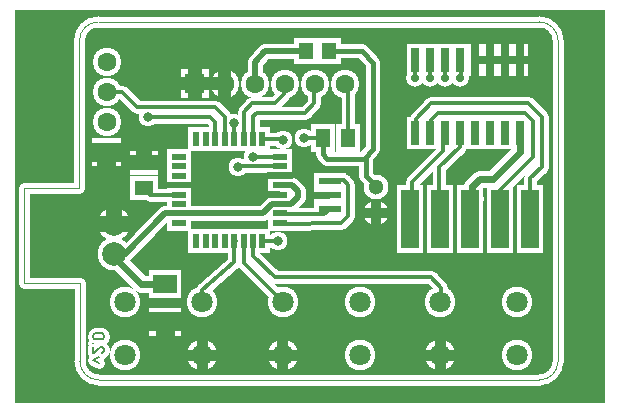
<source format=gbr>
%FSLAX34Y34*%
%MOMM*%
%LNCOPPER_BOTTOM*%
G71*
G01*
%ADD10C,0.900*%
%ADD11C,2.400*%
%ADD12C,2.600*%
%ADD13R,2.070X1.359*%
%ADD14R,1.359X2.070*%
%ADD15C,1.300*%
%ADD16R,2.100X2.400*%
%ADD17C,1.100*%
%ADD18C,1.610*%
%ADD19R,2.700X1.400*%
%ADD20C,1.200*%
%ADD21C,2.100*%
%ADD22R,2.100X2.200*%
%ADD23R,2.400X2.100*%
%ADD24C,2.200*%
%ADD25C,2.800*%
%ADD26C,0.959*%
%ADD27C,1.500*%
%ADD28R,2.300X5.800*%
%ADD29C,1.400*%
%ADD30R,2.800X2.400*%
%ADD31R,1.460X2.832*%
%ADD32C,1.600*%
%ADD33C,0.930*%
%ADD34C,0.559*%
%ADD35C,1.157*%
%ADD36C,1.141*%
%ADD37C,0.600*%
%ADD38C,0.845*%
%ADD39C,1.340*%
%ADD40C,0.660*%
%ADD41C,0.100*%
%ADD42C,1.600*%
%ADD43C,1.800*%
%ADD44R,1.270X0.559*%
%ADD45R,0.559X1.270*%
%ADD46C,0.500*%
%ADD47R,1.300X1.600*%
%ADD48C,0.300*%
%ADD49C,0.810*%
%ADD50R,1.900X0.600*%
%ADD51C,0.400*%
%ADD52C,1.300*%
%ADD53R,1.300X1.400*%
%ADD54R,1.600X1.300*%
%ADD55C,1.400*%
%ADD56C,2.000*%
%ADD57C,0.159*%
%ADD58C,0.700*%
%ADD59R,1.500X5.000*%
%ADD60R,2.000X1.600*%
%ADD61R,0.660X2.032*%
%LPD*%
G36*
X-7938Y313531D02*
X492062Y313531D01*
X492062Y-19469D01*
X-7938Y-19469D01*
X-7938Y313531D01*
G37*
%LPC*%
G54D10*
X63103Y303337D02*
X436166Y303337D01*
G54D10*
G75*
G01X436166Y125D02*
G03X452041Y16000I0J15875D01*
G01*
G54D10*
G75*
G01X47228Y16000D02*
G03X63103Y125I15875J0D01*
G01*
G54D10*
X46831Y287462D02*
X46831Y162844D01*
G54D10*
X452041Y287462D02*
X452041Y16000D01*
G54D10*
X436166Y125D02*
X63103Y125D01*
G36*
X57850Y205006D02*
X81850Y205006D01*
X81850Y181006D01*
X57850Y181006D01*
X57850Y205006D01*
G37*
X69849Y218406D02*
G54D11*
D03*
X69850Y243806D02*
G54D11*
D03*
X69850Y269206D02*
G54D11*
D03*
X150748Y66006D02*
G54D12*
D03*
X85724Y66006D02*
G54D12*
D03*
X85724Y20998D02*
G54D12*
D03*
X150748Y20998D02*
G54D12*
D03*
X219074Y66006D02*
G54D12*
D03*
X284098Y66006D02*
G54D12*
D03*
X284098Y20997D02*
G54D12*
D03*
X219075Y20998D02*
G54D12*
D03*
X352424Y66006D02*
G54D12*
D03*
X417448Y66006D02*
G54D12*
D03*
X417448Y20997D02*
G54D12*
D03*
X352425Y20998D02*
G54D12*
D03*
X216698Y189133D02*
G54D13*
D03*
X216698Y181132D02*
G54D13*
D03*
X216698Y173131D02*
G54D13*
D03*
X216698Y165130D02*
G54D13*
D03*
X216698Y157129D02*
G54D13*
D03*
X216698Y149128D02*
G54D13*
D03*
X216698Y141127D02*
G54D13*
D03*
X216698Y133126D02*
G54D13*
D03*
X130846Y133126D02*
G54D13*
D03*
X130846Y141127D02*
G54D13*
D03*
X130846Y149128D02*
G54D13*
D03*
X130846Y157129D02*
G54D13*
D03*
X130846Y165130D02*
G54D13*
D03*
X130846Y173131D02*
G54D13*
D03*
X130846Y181132D02*
G54D13*
D03*
X130846Y189133D02*
G54D13*
D03*
X145782Y204068D02*
G54D14*
D03*
X153782Y204068D02*
G54D14*
D03*
X161784Y204068D02*
G54D14*
D03*
X169784Y204068D02*
G54D14*
D03*
X177786Y204068D02*
G54D14*
D03*
X185786Y204068D02*
G54D14*
D03*
X193788Y204068D02*
G54D14*
D03*
X201788Y204068D02*
G54D14*
D03*
X201788Y118216D02*
G54D14*
D03*
X193788Y118216D02*
G54D14*
D03*
X185786Y118216D02*
G54D14*
D03*
X177786Y118216D02*
G54D14*
D03*
X169784Y118216D02*
G54D14*
D03*
X161784Y118216D02*
G54D14*
D03*
X153782Y118216D02*
G54D14*
D03*
X145782Y118216D02*
G54D14*
D03*
G36*
X132436Y239129D02*
X132436Y263129D01*
X156436Y263129D01*
X156436Y239129D01*
X132436Y239129D01*
G37*
X169835Y251129D02*
G54D11*
D03*
X195235Y251128D02*
G54D11*
D03*
X220635Y251128D02*
G54D11*
D03*
X246035Y251128D02*
G54D11*
D03*
X271435Y251128D02*
G54D11*
D03*
G54D15*
X220667Y165130D02*
X226941Y165130D01*
X232002Y160069D01*
X232002Y154974D01*
X226100Y149072D01*
X209828Y149072D01*
X201890Y141134D01*
X134815Y141127D01*
X253137Y205427D02*
G54D16*
D03*
X274518Y205427D02*
G54D16*
D03*
G54D17*
X274518Y205427D02*
X274518Y248045D01*
X271435Y251128D01*
X178027Y218092D02*
G54D18*
D03*
G54D17*
X177786Y204068D02*
X177786Y217851D01*
X178027Y218092D01*
G54D17*
X185786Y206052D02*
X185786Y227424D01*
X192762Y234400D01*
X212209Y234400D01*
X220146Y242337D01*
X220146Y251830D01*
X220635Y252318D01*
G54D17*
X193788Y201290D02*
X193788Y223519D01*
X196731Y226462D01*
X237609Y226462D01*
X245546Y234400D01*
X245546Y247861D01*
X246035Y248350D01*
X236764Y204996D02*
G54D18*
D03*
G54D17*
X236764Y204996D02*
X252706Y204996D01*
X253137Y205427D01*
X258643Y144706D02*
G54D19*
D03*
X258644Y156612D02*
G54D19*
D03*
X259040Y168518D02*
G54D19*
D03*
G54D17*
X216698Y132332D02*
X268320Y132729D01*
X274467Y138876D01*
X274467Y165394D01*
X270550Y169312D01*
X259040Y169312D01*
G54D20*
X252740Y207808D02*
X252740Y191487D01*
X256659Y187569D01*
X287615Y187569D01*
X295553Y195506D01*
X295553Y268531D01*
X285631Y278453D01*
X257825Y278428D01*
G54D15*
X195235Y251128D02*
X195235Y269417D01*
X204271Y278453D01*
X238031Y278428D01*
G54D20*
X289203Y187966D02*
X289203Y172884D01*
X296346Y165741D01*
X295604Y165741D01*
X297933Y141531D02*
G54D21*
D03*
X297562Y163730D02*
G54D21*
D03*
X257825Y278428D02*
G54D22*
D03*
X238825Y278428D02*
G54D22*
D03*
X101429Y162666D02*
G54D23*
D03*
X101430Y184048D02*
G54D23*
D03*
G54D17*
X127274Y157129D02*
X106966Y157129D01*
X101429Y162666D01*
G54D17*
X216698Y140333D02*
X254271Y140333D01*
X258643Y144706D01*
X377928Y153610D02*
G54D24*
D03*
X75998Y132480D02*
G54D25*
D03*
X75997Y107081D02*
G54D25*
D03*
G54D26*
X63616Y14432D02*
X58616Y17099D01*
X63616Y19766D01*
G54D26*
X58616Y28210D02*
X58616Y22876D01*
X59171Y22876D01*
X60282Y23543D01*
X63616Y27543D01*
X64727Y28210D01*
X65838Y28210D01*
X66949Y27543D01*
X67504Y26210D01*
X67504Y24876D01*
X66949Y23543D01*
X65838Y22876D01*
G54D26*
X58616Y31320D02*
X58616Y31320D01*
G54D26*
X65838Y39765D02*
X60282Y39765D01*
X59171Y39098D01*
X58616Y37765D01*
X58616Y36431D01*
X59171Y35098D01*
X60282Y34431D01*
X65838Y34431D01*
X66949Y35098D01*
X67504Y36431D01*
X67504Y37765D01*
X66949Y39098D01*
X65838Y39765D01*
G54D17*
X169862Y202531D02*
X169862Y222772D01*
X161528Y231106D01*
X95250Y231106D01*
X82550Y243806D01*
X69850Y243806D01*
G54D17*
X161924Y204118D02*
X161924Y218406D01*
X157162Y223168D01*
X104774Y223168D01*
X105002Y222458D02*
G54D18*
D03*
G54D17*
X201612Y204118D02*
X219074Y204118D01*
X219302Y203408D02*
G54D18*
D03*
X193902Y189120D02*
G54D18*
D03*
X181202Y180786D02*
G54D18*
D03*
G54D17*
X181371Y181100D02*
X216296Y181100D01*
G54D17*
X193674Y189037D02*
X215106Y189037D01*
X356225Y255796D02*
G54D27*
D03*
X343525Y255796D02*
G54D27*
D03*
X330825Y255796D02*
G54D27*
D03*
G54D17*
X219074Y66006D02*
X185737Y99344D01*
X185737Y118790D01*
G54D17*
X150748Y66006D02*
X150415Y75928D01*
X177800Y99740D01*
X177800Y116806D01*
X178990Y117997D01*
X214936Y117683D02*
G54D18*
D03*
G54D17*
X201215Y117997D02*
X214709Y117997D01*
X369322Y255796D02*
G54D27*
D03*
G54D17*
X344090Y207294D02*
X344090Y220390D01*
X350043Y226344D01*
X423862Y226344D01*
X430609Y219597D01*
X430609Y188640D01*
X403224Y161256D01*
X403224Y155303D01*
G54D17*
X331390Y207294D02*
X331390Y221184D01*
X344487Y234281D01*
X426640Y234281D01*
X438150Y222772D01*
X438150Y180703D01*
X428228Y170781D01*
X428228Y152922D01*
X429021Y152128D01*
G54D17*
X330596Y255712D02*
X330596Y268015D01*
X330993Y268412D01*
G54D17*
X343296Y255712D02*
X343296Y268412D01*
X343693Y268809D01*
G54D17*
X356393Y256109D02*
X356393Y268809D01*
G54D17*
X369490Y255712D02*
X369490Y267222D01*
X369093Y267618D01*
G54D10*
X46831Y162447D02*
X0Y162447D01*
X0Y81881D01*
X47228Y81881D01*
X47228Y16000D01*
X327024Y136650D02*
G54D28*
D03*
X352424Y136650D02*
G54D28*
D03*
X377824Y136650D02*
G54D28*
D03*
X403224Y136650D02*
G54D28*
D03*
X428624Y136650D02*
G54D28*
D03*
G54D17*
X194071Y117997D02*
X194071Y105297D01*
X212328Y87040D01*
X344090Y87040D01*
X352821Y78309D01*
X352821Y67990D01*
G54D29*
X419893Y207294D02*
X419893Y193006D01*
X397271Y170384D01*
X385762Y170384D01*
X379412Y164034D01*
X379412Y154509D01*
X378618Y153715D01*
G54D17*
X351631Y156097D02*
X351631Y180306D01*
X368696Y197372D01*
X368696Y207294D01*
G54D17*
X328612Y157287D02*
X328612Y168003D01*
X354806Y194197D01*
X354806Y207294D01*
X355600Y208087D01*
X119647Y81414D02*
G54D30*
D03*
X119648Y49446D02*
G54D30*
D03*
G54D29*
X116681Y81756D02*
X99218Y81756D01*
X74612Y106362D01*
G54D15*
X77787Y106362D02*
X84137Y106362D01*
X119062Y141287D01*
X131762Y141287D01*
G54D10*
G75*
G01X452041Y287462D02*
G03X436166Y303337I-15875J0D01*
G01*
G54D10*
G75*
G01X62706Y303337D02*
G03X46831Y287462I0J-15875D01*
G01*
X330841Y270818D02*
G54D31*
D03*
X343541Y270818D02*
G54D31*
D03*
X356241Y270818D02*
G54D31*
D03*
X368941Y270818D02*
G54D31*
D03*
X381641Y209350D02*
G54D31*
D03*
X394341Y209350D02*
G54D31*
D03*
X407041Y209350D02*
G54D31*
D03*
X419741Y209350D02*
G54D31*
D03*
X419741Y270818D02*
G54D31*
D03*
X407041Y270818D02*
G54D31*
D03*
X394341Y270818D02*
G54D31*
D03*
X381641Y270818D02*
G54D31*
D03*
X368941Y209350D02*
G54D31*
D03*
X356241Y209350D02*
G54D31*
D03*
X343541Y209350D02*
G54D31*
D03*
X330841Y209350D02*
G54D31*
D03*
%LPD*%
G54D32*
G36*
X69850Y201006D02*
X82350Y201006D01*
X82350Y185006D01*
X69850Y185006D01*
X69850Y201006D01*
G37*
G36*
X77850Y193006D02*
X77850Y180506D01*
X61850Y180506D01*
X61850Y193006D01*
X77850Y193006D01*
G37*
G36*
X69850Y185006D02*
X57350Y185006D01*
X57350Y201006D01*
X69850Y201006D01*
X69850Y185006D01*
G37*
G54D33*
G36*
X155398Y20998D02*
X155398Y7498D01*
X146098Y7498D01*
X146098Y20998D01*
X155398Y20998D01*
G37*
G36*
X150748Y16348D02*
X137248Y16348D01*
X137248Y25648D01*
X150748Y25648D01*
X150748Y16348D01*
G37*
G36*
X146098Y20998D02*
X146098Y34498D01*
X155398Y34498D01*
X155398Y20998D01*
X146098Y20998D01*
G37*
G36*
X150748Y25648D02*
X164248Y25648D01*
X164248Y16348D01*
X150748Y16348D01*
X150748Y25648D01*
G37*
G54D33*
G36*
X214425Y20998D02*
X214425Y34498D01*
X223725Y34498D01*
X223725Y20998D01*
X214425Y20998D01*
G37*
G36*
X219075Y25648D02*
X232575Y25648D01*
X232575Y16348D01*
X219075Y16348D01*
X219075Y25648D01*
G37*
G36*
X223725Y20998D02*
X223725Y7498D01*
X214425Y7498D01*
X214425Y20998D01*
X223725Y20998D01*
G37*
G36*
X219075Y16348D02*
X205575Y16348D01*
X205575Y25648D01*
X219075Y25648D01*
X219075Y16348D01*
G37*
G54D33*
G36*
X347775Y20998D02*
X347775Y34498D01*
X357075Y34498D01*
X357075Y20998D01*
X347775Y20998D01*
G37*
G36*
X352425Y25648D02*
X365925Y25648D01*
X365925Y16348D01*
X352425Y16348D01*
X352425Y25648D01*
G37*
G36*
X357075Y20998D02*
X357075Y7498D01*
X347775Y7498D01*
X347775Y20998D01*
X357075Y20998D01*
G37*
G36*
X352425Y16348D02*
X338925Y16348D01*
X338925Y25648D01*
X352425Y25648D01*
X352425Y16348D01*
G37*
G54D34*
G36*
X216698Y170337D02*
X205848Y170337D01*
X205848Y175925D01*
X216698Y175925D01*
X216698Y170337D01*
G37*
G36*
X216698Y175925D02*
X227548Y175925D01*
X227548Y170337D01*
X216698Y170337D01*
X216698Y175925D01*
G37*
G54D34*
G36*
X216698Y154335D02*
X205848Y154335D01*
X205848Y159923D01*
X216698Y159923D01*
X216698Y154335D01*
G37*
G54D34*
G36*
X130846Y162336D02*
X119996Y162336D01*
X119996Y167924D01*
X130846Y167924D01*
X130846Y162336D01*
G37*
G36*
X130846Y167924D02*
X141696Y167924D01*
X141696Y162336D01*
X130846Y162336D01*
X130846Y167924D01*
G37*
G54D35*
G36*
X144436Y245342D02*
X131936Y245342D01*
X131936Y256916D01*
X144436Y256916D01*
X144436Y245342D01*
G37*
G36*
X138649Y251129D02*
X138649Y263629D01*
X150222Y263629D01*
X150222Y251129D01*
X138649Y251129D01*
G37*
G36*
X144436Y256916D02*
X156936Y256916D01*
X156936Y245342D01*
X144436Y245342D01*
X144436Y256916D01*
G37*
G36*
X150222Y251129D02*
X150222Y238629D01*
X138649Y238629D01*
X138649Y251129D01*
X150222Y251129D01*
G37*
G54D36*
G36*
X169835Y245422D02*
X157335Y245422D01*
X157335Y256836D01*
X169835Y256836D01*
X169835Y245422D01*
G37*
G36*
X164128Y251129D02*
X164128Y263629D01*
X175541Y263629D01*
X175541Y251129D01*
X164128Y251129D01*
G37*
G36*
X175541Y251129D02*
X175541Y238629D01*
X164128Y238629D01*
X164128Y251129D01*
X175541Y251129D01*
G37*
G54D37*
G36*
X258644Y153612D02*
X244644Y153612D01*
X244644Y159612D01*
X258644Y159612D01*
X258644Y153612D01*
G37*
G54D38*
G36*
X297933Y137306D02*
X286933Y137306D01*
X286933Y145756D01*
X297933Y145756D01*
X297933Y137306D01*
G37*
G36*
X293708Y141531D02*
X293708Y152531D01*
X302158Y152531D01*
X302158Y141531D01*
X293708Y141531D01*
G37*
G36*
X297933Y145756D02*
X308933Y145756D01*
X308933Y137306D01*
X297933Y137306D01*
X297933Y145756D01*
G37*
G36*
X302158Y141531D02*
X302158Y130531D01*
X293708Y130531D01*
X293708Y141531D01*
X302158Y141531D01*
G37*
G54D15*
G36*
X101430Y177548D02*
X88930Y177548D01*
X88930Y190548D01*
X101430Y190548D01*
X101430Y177548D01*
G37*
G36*
X94930Y184048D02*
X94930Y195048D01*
X107930Y195048D01*
X107930Y184048D01*
X94930Y184048D01*
G37*
G36*
X101430Y190548D02*
X113930Y190548D01*
X113930Y177548D01*
X101430Y177548D01*
X101430Y190548D01*
G37*
G54D39*
G36*
X75998Y139180D02*
X90498Y139180D01*
X90498Y125780D01*
X75998Y125780D01*
X75998Y139180D01*
G37*
G36*
X75998Y125780D02*
X61498Y125780D01*
X61498Y139180D01*
X75998Y139180D01*
X75998Y125780D01*
G37*
G36*
X69298Y132480D02*
X69298Y146980D01*
X82698Y146980D01*
X82698Y132480D01*
X69298Y132480D01*
G37*
G54D32*
G36*
X119648Y57446D02*
X134148Y57446D01*
X134148Y41446D01*
X119648Y41446D01*
X119648Y57446D01*
G37*
G36*
X127648Y49446D02*
X127648Y36946D01*
X111648Y36946D01*
X111648Y49446D01*
X127648Y49446D01*
G37*
G36*
X119648Y41446D02*
X105148Y41446D01*
X105148Y57446D01*
X119648Y57446D01*
X119648Y41446D01*
G37*
G54D40*
G36*
X416439Y270818D02*
X416439Y285478D01*
X423043Y285478D01*
X423043Y270818D01*
X416439Y270818D01*
G37*
G36*
X419741Y274120D02*
X427543Y274120D01*
X427543Y267516D01*
X419741Y267516D01*
X419741Y274120D01*
G37*
G36*
X423043Y270818D02*
X423043Y256158D01*
X416439Y256158D01*
X416439Y270818D01*
X423043Y270818D01*
G37*
G36*
X419741Y267516D02*
X411939Y267516D01*
X411939Y274120D01*
X419741Y274120D01*
X419741Y267516D01*
G37*
G54D40*
G36*
X403739Y270818D02*
X403739Y285478D01*
X410343Y285478D01*
X410343Y270818D01*
X403739Y270818D01*
G37*
G36*
X407041Y274120D02*
X414843Y274120D01*
X414843Y267516D01*
X407041Y267516D01*
X407041Y274120D01*
G37*
G36*
X410343Y270818D02*
X410343Y256158D01*
X403739Y256158D01*
X403739Y270818D01*
X410343Y270818D01*
G37*
G36*
X407041Y267516D02*
X399239Y267516D01*
X399239Y274120D01*
X407041Y274120D01*
X407041Y267516D01*
G37*
G54D40*
G36*
X391039Y270818D02*
X391039Y285478D01*
X397643Y285478D01*
X397643Y270818D01*
X391039Y270818D01*
G37*
G36*
X394341Y274120D02*
X402143Y274120D01*
X402143Y267516D01*
X394341Y267516D01*
X394341Y274120D01*
G37*
G36*
X397643Y270818D02*
X397643Y256158D01*
X391039Y256158D01*
X391039Y270818D01*
X397643Y270818D01*
G37*
G36*
X394341Y267516D02*
X386539Y267516D01*
X386539Y274120D01*
X394341Y274120D01*
X394341Y267516D01*
G37*
G54D40*
G36*
X378339Y270818D02*
X378339Y285478D01*
X384943Y285478D01*
X384943Y270818D01*
X378339Y270818D01*
G37*
G36*
X381641Y274120D02*
X389443Y274120D01*
X389443Y267516D01*
X381641Y267516D01*
X381641Y274120D01*
G37*
G36*
X384943Y270818D02*
X384943Y256158D01*
X378339Y256158D01*
X378339Y270818D01*
X384943Y270818D01*
G37*
G54D41*
X63103Y303337D02*
X436166Y303337D01*
G54D41*
G75*
G01X436166Y125D02*
G03X452041Y16000I0J15875D01*
G01*
G54D41*
G75*
G01X47228Y16000D02*
G03X63103Y125I15875J0D01*
G01*
G54D41*
X46831Y287462D02*
X46831Y162844D01*
G54D41*
X452041Y287462D02*
X452041Y16000D01*
G54D41*
X436166Y125D02*
X63103Y125D01*
G36*
X61850Y201006D02*
X77850Y201006D01*
X77850Y185006D01*
X61850Y185006D01*
X61850Y201006D01*
G37*
X69849Y218406D02*
G54D42*
D03*
X69850Y243806D02*
G54D42*
D03*
X69850Y269206D02*
G54D42*
D03*
X150748Y66006D02*
G54D43*
D03*
X85724Y66006D02*
G54D43*
D03*
X85724Y20998D02*
G54D43*
D03*
X150748Y20998D02*
G54D43*
D03*
X219074Y66006D02*
G54D43*
D03*
X284098Y66006D02*
G54D43*
D03*
X284098Y20997D02*
G54D43*
D03*
X219075Y20998D02*
G54D43*
D03*
X352424Y66006D02*
G54D43*
D03*
X417448Y66006D02*
G54D43*
D03*
X417448Y20997D02*
G54D43*
D03*
X352425Y20998D02*
G54D43*
D03*
X216698Y189133D02*
G54D44*
D03*
X216698Y181132D02*
G54D44*
D03*
X216698Y173131D02*
G54D44*
D03*
X216698Y165130D02*
G54D44*
D03*
X216698Y157129D02*
G54D44*
D03*
X216698Y149128D02*
G54D44*
D03*
X216698Y141127D02*
G54D44*
D03*
X216698Y133126D02*
G54D44*
D03*
X130846Y133126D02*
G54D44*
D03*
X130846Y141127D02*
G54D44*
D03*
X130846Y149128D02*
G54D44*
D03*
X130846Y157129D02*
G54D44*
D03*
X130846Y165130D02*
G54D44*
D03*
X130846Y173131D02*
G54D44*
D03*
X130846Y181132D02*
G54D44*
D03*
X130846Y189133D02*
G54D44*
D03*
X145782Y204068D02*
G54D45*
D03*
X153782Y204068D02*
G54D45*
D03*
X161784Y204068D02*
G54D45*
D03*
X169784Y204068D02*
G54D45*
D03*
X177786Y204068D02*
G54D45*
D03*
X185786Y204068D02*
G54D45*
D03*
X193788Y204068D02*
G54D45*
D03*
X201788Y204068D02*
G54D45*
D03*
X201788Y118216D02*
G54D45*
D03*
X193788Y118216D02*
G54D45*
D03*
X185786Y118216D02*
G54D45*
D03*
X177786Y118216D02*
G54D45*
D03*
X169784Y118216D02*
G54D45*
D03*
X161784Y118216D02*
G54D45*
D03*
X153782Y118216D02*
G54D45*
D03*
X145782Y118216D02*
G54D45*
D03*
G36*
X136436Y243129D02*
X136436Y259129D01*
X152436Y259129D01*
X152436Y243129D01*
X136436Y243129D01*
G37*
X169835Y251129D02*
G54D42*
D03*
X195235Y251128D02*
G54D42*
D03*
X220635Y251128D02*
G54D42*
D03*
X246035Y251128D02*
G54D42*
D03*
X271435Y251128D02*
G54D42*
D03*
G54D46*
X220667Y165130D02*
X226941Y165130D01*
X232002Y160069D01*
X232002Y154974D01*
X226100Y149072D01*
X209828Y149072D01*
X201890Y141134D01*
X134815Y141127D01*
X253137Y205427D02*
G54D47*
D03*
X274518Y205427D02*
G54D47*
D03*
G54D48*
X274518Y205427D02*
X274518Y248045D01*
X271435Y251128D01*
X178027Y218092D02*
G54D49*
D03*
G54D48*
X177786Y204068D02*
X177786Y217851D01*
X178027Y218092D01*
G54D48*
X185786Y206052D02*
X185786Y227424D01*
X192762Y234400D01*
X212209Y234400D01*
X220146Y242337D01*
X220146Y251830D01*
X220635Y252318D01*
G54D48*
X193788Y201290D02*
X193788Y223519D01*
X196731Y226462D01*
X237609Y226462D01*
X245546Y234400D01*
X245546Y247861D01*
X246035Y248350D01*
X236764Y204996D02*
G54D49*
D03*
G54D48*
X236764Y204996D02*
X252706Y204996D01*
X253137Y205427D01*
X258643Y144706D02*
G54D50*
D03*
X258644Y156612D02*
G54D50*
D03*
X259040Y168518D02*
G54D50*
D03*
G54D48*
X216698Y132332D02*
X268320Y132729D01*
X274467Y138876D01*
X274467Y165394D01*
X270550Y169312D01*
X259040Y169312D01*
G54D51*
X252740Y207808D02*
X252740Y191487D01*
X256659Y187569D01*
X287615Y187569D01*
X295553Y195506D01*
X295553Y268531D01*
X285631Y278453D01*
X257825Y278428D01*
G54D46*
X195235Y251128D02*
X195235Y269417D01*
X204271Y278453D01*
X238031Y278428D01*
G54D51*
X289203Y187966D02*
X289203Y172884D01*
X296346Y165741D01*
X295604Y165741D01*
X297933Y141531D02*
G54D52*
D03*
X297562Y163730D02*
G54D52*
D03*
X257825Y278428D02*
G54D53*
D03*
X238825Y278428D02*
G54D53*
D03*
X101429Y162666D02*
G54D54*
D03*
X101430Y184048D02*
G54D54*
D03*
G54D48*
X127274Y157129D02*
X106966Y157129D01*
X101429Y162666D01*
G54D48*
X216698Y140333D02*
X254271Y140333D01*
X258643Y144706D01*
X377928Y153610D02*
G54D55*
D03*
X75998Y132480D02*
G54D56*
D03*
X75997Y107081D02*
G54D56*
D03*
G54D57*
X63616Y14432D02*
X58616Y17099D01*
X63616Y19766D01*
G54D57*
X58616Y28210D02*
X58616Y22876D01*
X59171Y22876D01*
X60282Y23543D01*
X63616Y27543D01*
X64727Y28210D01*
X65838Y28210D01*
X66949Y27543D01*
X67504Y26210D01*
X67504Y24876D01*
X66949Y23543D01*
X65838Y22876D01*
G54D57*
X58616Y31320D02*
X58616Y31320D01*
G54D57*
X65838Y39765D02*
X60282Y39765D01*
X59171Y39098D01*
X58616Y37765D01*
X58616Y36431D01*
X59171Y35098D01*
X60282Y34431D01*
X65838Y34431D01*
X66949Y35098D01*
X67504Y36431D01*
X67504Y37765D01*
X66949Y39098D01*
X65838Y39765D01*
G54D48*
X169862Y202531D02*
X169862Y222772D01*
X161528Y231106D01*
X95250Y231106D01*
X82550Y243806D01*
X69850Y243806D01*
G54D48*
X161924Y204118D02*
X161924Y218406D01*
X157162Y223168D01*
X104774Y223168D01*
X105002Y222458D02*
G54D49*
D03*
G54D48*
X201612Y204118D02*
X219074Y204118D01*
X219302Y203408D02*
G54D49*
D03*
X193902Y189120D02*
G54D49*
D03*
X181202Y180786D02*
G54D49*
D03*
G54D48*
X181371Y181100D02*
X216296Y181100D01*
G54D48*
X193674Y189037D02*
X215106Y189037D01*
X356225Y255796D02*
G54D58*
D03*
X343525Y255796D02*
G54D58*
D03*
X330825Y255796D02*
G54D58*
D03*
G54D48*
X219074Y66006D02*
X185737Y99344D01*
X185737Y118790D01*
G54D48*
X150748Y66006D02*
X150415Y75928D01*
X177800Y99740D01*
X177800Y116806D01*
X178990Y117997D01*
X214936Y117683D02*
G54D49*
D03*
G54D48*
X201215Y117997D02*
X214709Y117997D01*
X369322Y255796D02*
G54D58*
D03*
G54D48*
X344090Y207294D02*
X344090Y220390D01*
X350043Y226344D01*
X423862Y226344D01*
X430609Y219597D01*
X430609Y188640D01*
X403224Y161256D01*
X403224Y155303D01*
G54D48*
X331390Y207294D02*
X331390Y221184D01*
X344487Y234281D01*
X426640Y234281D01*
X438150Y222772D01*
X438150Y180703D01*
X428228Y170781D01*
X428228Y152922D01*
X429021Y152128D01*
G54D48*
X330596Y255712D02*
X330596Y268015D01*
X330993Y268412D01*
G54D48*
X343296Y255712D02*
X343296Y268412D01*
X343693Y268809D01*
G54D48*
X356393Y256109D02*
X356393Y268809D01*
G54D48*
X369490Y255712D02*
X369490Y267222D01*
X369093Y267618D01*
G54D41*
X46831Y162447D02*
X0Y162447D01*
X0Y81881D01*
X47228Y81881D01*
X47228Y16000D01*
X327024Y136650D02*
G54D59*
D03*
X352424Y136650D02*
G54D59*
D03*
X377824Y136650D02*
G54D59*
D03*
X403224Y136650D02*
G54D59*
D03*
X428624Y136650D02*
G54D59*
D03*
G54D48*
X194071Y117997D02*
X194071Y105297D01*
X212328Y87040D01*
X344090Y87040D01*
X352821Y78309D01*
X352821Y67990D01*
G54D37*
X419893Y207294D02*
X419893Y193006D01*
X397271Y170384D01*
X385762Y170384D01*
X379412Y164034D01*
X379412Y154509D01*
X378618Y153715D01*
G54D48*
X351631Y156097D02*
X351631Y180306D01*
X368696Y197372D01*
X368696Y207294D01*
G54D48*
X328612Y157287D02*
X328612Y168003D01*
X354806Y194197D01*
X354806Y207294D01*
X355600Y208087D01*
X119647Y81414D02*
G54D60*
D03*
X119648Y49446D02*
G54D60*
D03*
G54D37*
X116681Y81756D02*
X99218Y81756D01*
X74612Y106362D01*
G54D46*
X77787Y106362D02*
X84137Y106362D01*
X119062Y141287D01*
X131762Y141287D01*
G54D41*
G75*
G01X452041Y287462D02*
G03X436166Y303337I-15875J0D01*
G01*
G54D41*
G75*
G01X62706Y303337D02*
G03X46831Y287462I0J-15875D01*
G01*
X330841Y270818D02*
G54D61*
D03*
X343541Y270818D02*
G54D61*
D03*
X356241Y270818D02*
G54D61*
D03*
X368941Y270818D02*
G54D61*
D03*
X381641Y209350D02*
G54D61*
D03*
X394341Y209350D02*
G54D61*
D03*
X407041Y209350D02*
G54D61*
D03*
X419741Y209350D02*
G54D61*
D03*
X419741Y270818D02*
G54D61*
D03*
X407041Y270818D02*
G54D61*
D03*
X394341Y270818D02*
G54D61*
D03*
X381641Y270818D02*
G54D61*
D03*
X368941Y209350D02*
G54D61*
D03*
X356241Y209350D02*
G54D61*
D03*
X343541Y209350D02*
G54D61*
D03*
X330841Y209350D02*
G54D61*
D03*
M02*

</source>
